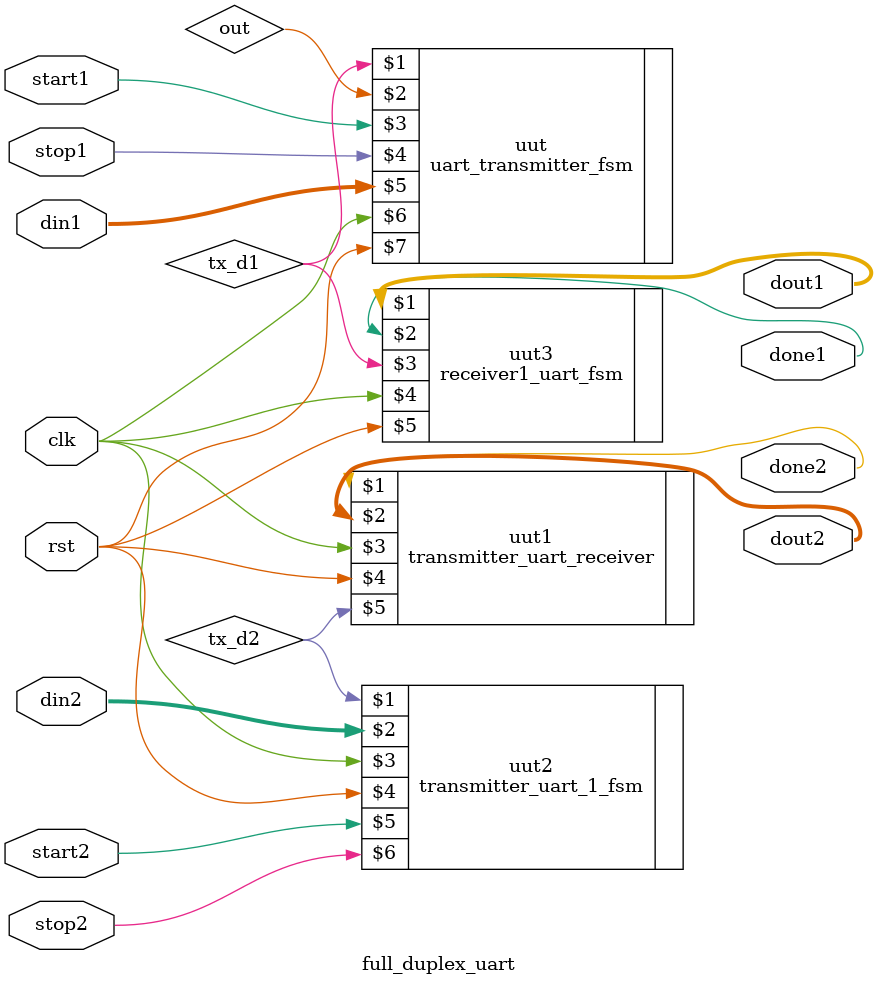
<source format=v>
module full_duplex_uart(output done1,output done2,output [7:0] dout1,output [7:0] dout2,input[7:0] din1,input [7:0] din2,input clk,input rst,input start1,input stop1,input start2,input stop2);
  wire tx_d1,tx_d2,out;
  uart_transmitter_fsm uut(
    tx_d1,
    out, 
    start1,
    stop1,
    din1,
    clk,
    rst
 );
 transmitter_uart_receiver uut1(
    done2,
    dout2,
    clk,
    rst,
    tx_d2
 );
 transmitter_uart_1_fsm uut2(tx_d2,din2,clk,rst,start2,stop2);
 receiver1_uart_fsm uut3(dout1,done1,tx_d1,clk,rst);
endmodule

</source>
